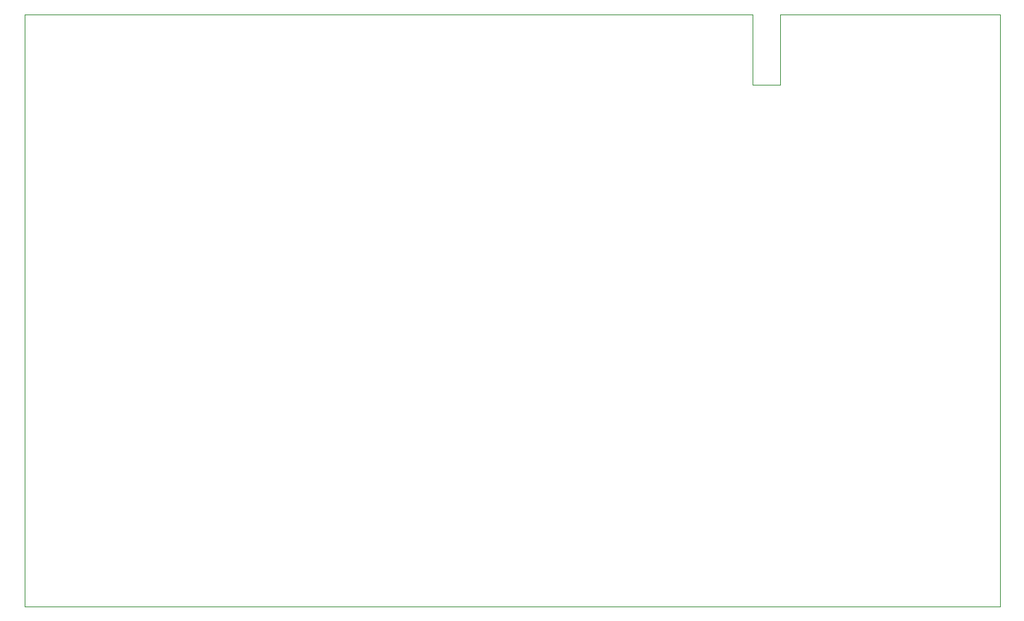
<source format=gbo>
G04 MADE WITH FRITZING*
G04 WWW.FRITZING.ORG*
G04 DOUBLE SIDED*
G04 HOLES PLATED*
G04 CONTOUR ON CENTER OF CONTOUR VECTOR*
%ASAXBY*%
%FSLAX23Y23*%
%MOIN*%
%OFA0B0*%
%SFA1.0B1.0*%
%ADD10C,0.000394*%
%LNSILK0*%
G90*
G70*
G54D10*
X3343Y2398D02*
X3470Y2398D01*
X3470Y2721D01*
X4481Y2721D01*
X4481Y0D01*
X0Y0D01*
X0Y2721D01*
X3343Y2721D01*
X3343Y2398D01*
D02*
G04 End of Silk0*
M02*
</source>
